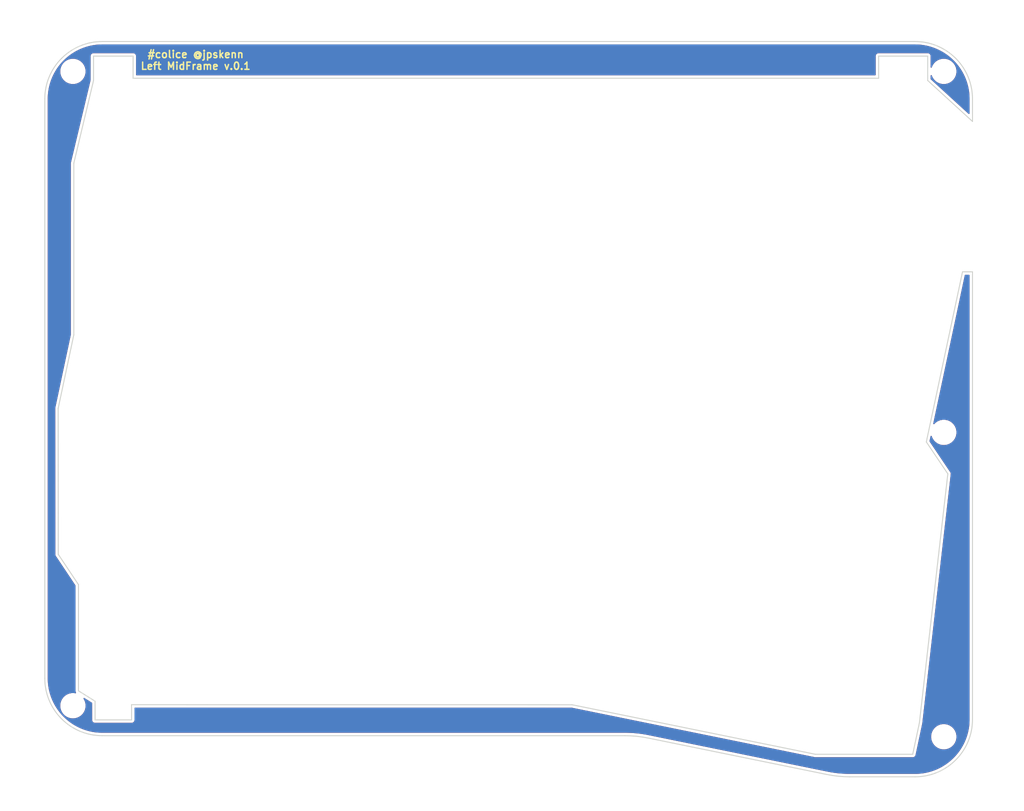
<source format=kicad_pcb>
(kicad_pcb (version 20171130) (host pcbnew "(5.1.5-0-10_14)")

  (general
    (thickness 1.6)
    (drawings 44)
    (tracks 0)
    (zones 0)
    (modules 5)
    (nets 1)
  )

  (page A4)
  (layers
    (0 F.Cu signal)
    (31 B.Cu signal)
    (32 B.Adhes user)
    (33 F.Adhes user)
    (34 B.Paste user)
    (35 F.Paste user)
    (36 B.SilkS user)
    (37 F.SilkS user)
    (38 B.Mask user)
    (39 F.Mask user)
    (40 Dwgs.User user)
    (41 Cmts.User user)
    (42 Eco1.User user)
    (43 Eco2.User user)
    (44 Edge.Cuts user)
    (45 Margin user)
    (46 B.CrtYd user)
    (47 F.CrtYd user)
    (48 B.Fab user)
    (49 F.Fab user)
  )

  (setup
    (last_trace_width 0.25)
    (trace_clearance 0.2)
    (zone_clearance 0.508)
    (zone_45_only no)
    (trace_min 0.2)
    (via_size 0.8)
    (via_drill 0.4)
    (via_min_size 0.4)
    (via_min_drill 0.3)
    (uvia_size 0.3)
    (uvia_drill 0.1)
    (uvias_allowed no)
    (uvia_min_size 0.2)
    (uvia_min_drill 0.1)
    (edge_width 0.05)
    (segment_width 0.2)
    (pcb_text_width 0.3)
    (pcb_text_size 1.5 1.5)
    (mod_edge_width 0.12)
    (mod_text_size 1 1)
    (mod_text_width 0.15)
    (pad_size 1.524 1.524)
    (pad_drill 0.762)
    (pad_to_mask_clearance 0.051)
    (solder_mask_min_width 0.25)
    (aux_axis_origin 0 0)
    (visible_elements FFFFFF7F)
    (pcbplotparams
      (layerselection 0x010fc_ffffffff)
      (usegerberextensions true)
      (usegerberattributes false)
      (usegerberadvancedattributes false)
      (creategerberjobfile false)
      (excludeedgelayer true)
      (linewidth 0.100000)
      (plotframeref false)
      (viasonmask false)
      (mode 1)
      (useauxorigin false)
      (hpglpennumber 1)
      (hpglpenspeed 20)
      (hpglpendiameter 15.000000)
      (psnegative false)
      (psa4output false)
      (plotreference true)
      (plotvalue true)
      (plotinvisibletext false)
      (padsonsilk false)
      (subtractmaskfromsilk false)
      (outputformat 1)
      (mirror false)
      (drillshape 0)
      (scaleselection 1)
      (outputdirectory "gerber/"))
  )

  (net 0 "")

  (net_class Default "これはデフォルトのネット クラスです。"
    (clearance 0.2)
    (trace_width 0.25)
    (via_dia 0.8)
    (via_drill 0.4)
    (uvia_dia 0.3)
    (uvia_drill 0.1)
  )

  (module SMK_SU120:M2_spacer (layer F.Cu) (tedit 5D35BCBB) (tstamp 5E9B2F2C)
    (at 200.9902 19.812)
    (descr "Resitance 3 pas")
    (tags R)
    (autoplace_cost180 10)
    (fp_text reference "" (at 0 1.651) (layer F.Fab) hide
      (effects (font (size 0.8128 0.8128) (thickness 0.15)))
    )
    (fp_text value "" (at 0 -1.4605) (layer F.Fab) hide
      (effects (font (size 0.5 0.5) (thickness 0.125)))
    )
    (pad "" np_thru_hole circle (at 0 0) (size 4.2 4.2) (drill 4.2) (layers *.Cu *.Mask))
    (model discret/resistor.wrl
      (at (xyz 0 0 0))
      (scale (xyz 0.3 0.3 0.3))
      (rotate (xyz 0 0 0))
    )
    (model Resistors_ThroughHole.3dshapes/Resistor_Horizontal_RM10mm.wrl
      (at (xyz 0 0 0))
      (scale (xyz 0.2 0.2 0.2))
      (rotate (xyz 0 0 0))
    )
  )

  (module SMK_SU120:M2_spacer (layer F.Cu) (tedit 5D35BCBB) (tstamp 5E9B2F8A)
    (at 21.4376 19.812)
    (descr "Resitance 3 pas")
    (tags R)
    (autoplace_cost180 10)
    (fp_text reference "" (at 0 1.651) (layer F.Fab) hide
      (effects (font (size 0.8128 0.8128) (thickness 0.15)))
    )
    (fp_text value "" (at 0 -1.4605) (layer F.Fab) hide
      (effects (font (size 0.5 0.5) (thickness 0.125)))
    )
    (pad "" np_thru_hole circle (at 0 0) (size 4.2 4.2) (drill 4.2) (layers *.Cu *.Mask))
    (model discret/resistor.wrl
      (at (xyz 0 0 0))
      (scale (xyz 0.3 0.3 0.3))
      (rotate (xyz 0 0 0))
    )
    (model Resistors_ThroughHole.3dshapes/Resistor_Horizontal_RM10mm.wrl
      (at (xyz 0 0 0))
      (scale (xyz 0.2 0.2 0.2))
      (rotate (xyz 0 0 0))
    )
  )

  (module SMK_SU120:M2_spacer (layer F.Cu) (tedit 5D35BCBB) (tstamp 5E9B2F75)
    (at 21.4376 150.6728)
    (descr "Resitance 3 pas")
    (tags R)
    (autoplace_cost180 10)
    (fp_text reference "" (at 0 1.651) (layer F.Fab) hide
      (effects (font (size 0.8128 0.8128) (thickness 0.15)))
    )
    (fp_text value "" (at 0 -1.4605) (layer F.Fab) hide
      (effects (font (size 0.5 0.5) (thickness 0.125)))
    )
    (pad "" np_thru_hole circle (at 0 0) (size 4.2 4.2) (drill 4.2) (layers *.Cu *.Mask))
    (model discret/resistor.wrl
      (at (xyz 0 0 0))
      (scale (xyz 0.3 0.3 0.3))
      (rotate (xyz 0 0 0))
    )
    (model Resistors_ThroughHole.3dshapes/Resistor_Horizontal_RM10mm.wrl
      (at (xyz 0 0 0))
      (scale (xyz 0.2 0.2 0.2))
      (rotate (xyz 0 0 0))
    )
  )

  (module SMK_SU120:M2_spacer (layer F.Cu) (tedit 5D35BCBB) (tstamp 5E9B2F60)
    (at 200.9902 157.0736)
    (descr "Resitance 3 pas")
    (tags R)
    (autoplace_cost180 10)
    (fp_text reference "" (at 0 1.651) (layer F.Fab) hide
      (effects (font (size 0.8128 0.8128) (thickness 0.15)))
    )
    (fp_text value "" (at 0 -1.4605) (layer F.Fab) hide
      (effects (font (size 0.5 0.5) (thickness 0.125)))
    )
    (pad "" np_thru_hole circle (at 0 0) (size 4.2 4.2) (drill 4.2) (layers *.Cu *.Mask))
    (model discret/resistor.wrl
      (at (xyz 0 0 0))
      (scale (xyz 0.3 0.3 0.3))
      (rotate (xyz 0 0 0))
    )
    (model Resistors_ThroughHole.3dshapes/Resistor_Horizontal_RM10mm.wrl
      (at (xyz 0 0 0))
      (scale (xyz 0.2 0.2 0.2))
      (rotate (xyz 0 0 0))
    )
  )

  (module SMK_SU120:M2_spacer (layer F.Cu) (tedit 5D35BCBB) (tstamp 5E9B2F4B)
    (at 200.9902 94.2848)
    (descr "Resitance 3 pas")
    (tags R)
    (autoplace_cost180 10)
    (fp_text reference "" (at 0 1.651) (layer F.Fab) hide
      (effects (font (size 0.8128 0.8128) (thickness 0.15)))
    )
    (fp_text value "" (at 0 -1.4605) (layer F.Fab) hide
      (effects (font (size 0.5 0.5) (thickness 0.125)))
    )
    (pad "" np_thru_hole circle (at 0 0) (size 4.2 4.2) (drill 4.2) (layers *.Cu *.Mask))
    (model discret/resistor.wrl
      (at (xyz 0 0 0))
      (scale (xyz 0.3 0.3 0.3))
      (rotate (xyz 0 0 0))
    )
    (model Resistors_ThroughHole.3dshapes/Resistor_Horizontal_RM10mm.wrl
      (at (xyz 0 0 0))
      (scale (xyz 0.2 0.2 0.2))
      (rotate (xyz 0 0 0))
    )
  )

  (gr_line (start 34.925 20.32) (end 58.42 20.32) (layer F.Mask) (width 0.15))
  (gr_text "#colice @jpskenn\nLeft MidFrame v.0.1" (at 46.736 17.5006) (layer F.SilkS)
    (effects (font (size 1.5 1.5) (thickness 0.3)))
  )
  (gr_line (start 22.583191 125.691561) (end 22.583191 147.602163) (layer Edge.Cuts) (width 0.2))
  (gr_line (start 18.423025 119.455874) (end 22.583191 125.691561) (layer Edge.Cuts) (width 0.2))
  (gr_line (start 18.401092 89.317712) (end 18.423025 119.455874) (layer Edge.Cuts) (width 0.2))
  (gr_line (start 21.616862 74.188001) (end 18.401092 89.317712) (layer Edge.Cuts) (width 0.2))
  (gr_line (start 21.616862 38.773898) (end 21.616862 74.188001) (layer Edge.Cuts) (width 0.2))
  (gr_line (start 25.690546 21.679887) (end 21.616862 38.773898) (layer Edge.Cuts) (width 0.2))
  (gr_line (start 206.911079 30.139942) (end 206.911079 30.139942) (layer Edge.Cuts) (width 0.2))
  (gr_line (start 206.911079 61.160143) (end 206.911079 153.497881) (layer Edge.Cuts) (width 0.2))
  (gr_line (start 204.847133 61.160143) (end 206.911079 61.160143) (layer Edge.Cuts) (width 0.2))
  (gr_line (start 197.38785 96.253704) (end 204.847133 61.160143) (layer Edge.Cuts) (width 0.2))
  (gr_line (start 201.816858 102.833746) (end 197.38785 96.253704) (layer Edge.Cuts) (width 0.2))
  (gr_line (start 195.95277 154.226699) (end 201.816858 102.833746) (layer Edge.Cuts) (width 0.2))
  (gr_line (start 194.578477 160.692061) (end 195.95277 154.226699) (layer Edge.Cuts) (width 0.2))
  (gr_line (start 187.556298 16.666521) (end 187.556298 21.226178) (layer Edge.Cuts) (width 0.2))
  (gr_line (start 197.666719 16.666521) (end 187.556298 16.666521) (layer Edge.Cuts) (width 0.2))
  (gr_line (start 174.524957 160.692061) (end 194.578477 160.692061) (layer Edge.Cuts) (width 0.2))
  (gr_line (start 124.338514 150.469495) (end 174.524957 160.692061) (layer Edge.Cuts) (width 0.2))
  (gr_line (start 33.523639 150.460721) (end 124.338514 150.469495) (layer Edge.Cuts) (width 0.2))
  (gr_line (start 33.523639 153.594075) (end 33.523639 150.460721) (layer Edge.Cuts) (width 0.2))
  (gr_line (start 26.008583 153.594075) (end 33.523639 153.594075) (layer Edge.Cuts) (width 0.2))
  (gr_line (start 26.003569 149.74005) (end 26.008583 153.594075) (layer Edge.Cuts) (width 0.2))
  (gr_line (start 22.583191 147.602163) (end 26.003569 149.74005) (layer Edge.Cuts) (width 0.2))
  (gr_curve (pts (xy 203.442447 17.111144) (xy 205.663374 19.332065) (xy 206.911079 22.344158) (xy 206.911079 25.485032)) (layer Edge.Cuts) (width 0.2))
  (gr_line (start 25.690233 16.666521) (end 25.690546 21.679887) (layer Edge.Cuts) (width 0.2))
  (gr_line (start 33.843556 16.666521) (end 25.690233 16.666521) (layer Edge.Cuts) (width 0.2))
  (gr_curve (pts (xy 195.068535 13.642522) (xy 198.209418 13.642522) (xy 201.221519 14.890223) (xy 203.442447 17.111144)) (layer Edge.Cuts) (width 0.2))
  (gr_line (start 33.841989 21.226178) (end 33.843556 16.666521) (layer Edge.Cuts) (width 0.2))
  (gr_line (start 187.556298 21.226178) (end 33.841989 21.226178) (layer Edge.Cuts) (width 0.2))
  (gr_line (start 197.666719 21.679887) (end 197.666719 16.666521) (layer Edge.Cuts) (width 0.2))
  (gr_line (start 206.911079 30.139942) (end 197.666719 21.679887) (layer Edge.Cuts) (width 0.2))
  (gr_curve (pts (xy 206.911079 25.485032) (xy 206.911079 28.115482) (xy 206.911079 30.139942) (xy 206.911079 30.139942)) (layer Edge.Cuts) (width 0.2))
  (gr_curve (pts (xy 27.476563 13.642522) (xy 61.75367 13.642522) (xy 160.791115 13.642522) (xy 195.068535 13.642522)) (layer Edge.Cuts) (width 0.2))
  (gr_curve (pts (xy 19.102651 17.111144) (xy 21.323266 14.890223) (xy 24.33568 13.642522) (xy 27.476563 13.642522)) (layer Edge.Cuts) (width 0.2))
  (gr_curve (pts (xy 15.634019 25.485032) (xy 15.634019 22.344158) (xy 16.881724 19.332065) (xy 19.102651 17.111144)) (layer Edge.Cuts) (width 0.2))
  (gr_curve (pts (xy 15.634019 145.014326) (xy 15.634019 118.068738) (xy 15.634019 52.43062) (xy 15.634019 25.485032)) (layer Edge.Cuts) (width 0.2))
  (gr_curve (pts (xy 27.476563 156.856836) (xy 20.935982 156.856836) (xy 15.634019 151.554888) (xy 15.634019 145.014326)) (layer Edge.Cuts) (width 0.2))
  (gr_curve (pts (xy 135.25233 156.856836) (xy 121.777617 156.856836) (xy 54.96336 156.856836) (xy 27.476563 156.856836)) (layer Edge.Cuts) (width 0.2))
  (gr_curve (pts (xy 139.987154 157.334986) (xy 138.428933 157.01695) (xy 136.842511 156.856836) (xy 135.25233 156.856836)) (layer Edge.Cuts) (width 0.2))
  (gr_curve (pts (xy 176.881559 164.862241) (xy 169.57957 163.372645) (xy 147.289142 158.824896) (xy 139.987154 157.334986)) (layer Edge.Cuts) (width 0.2))
  (gr_curve (pts (xy 181.616696 165.340391) (xy 180.026201 165.340391) (xy 178.440093 165.180277) (xy 176.881559 164.862241)) (layer Edge.Cuts) (width 0.2))
  (gr_curve (pts (xy 195.068535 165.340391) (xy 190.030401 165.340391) (xy 184.631304 165.340391) (xy 181.616696 165.340391)) (layer Edge.Cuts) (width 0.2))
  (gr_curve (pts (xy 206.911079 153.497881) (xy 206.911079 160.038443) (xy 201.609116 165.340391) (xy 195.068535 165.340391)) (layer Edge.Cuts) (width 0.2))

  (zone (net 0) (net_name "") (layer F.Cu) (tstamp 5E9B2FC8) (hatch edge 0.508)
    (connect_pads (clearance 0.508))
    (min_thickness 0.254)
    (fill yes (arc_segments 32) (thermal_gap 0.508) (thermal_bridge_width 0.508))
    (polygon
      (pts
        (xy 216.0016 7.0104) (xy 211.2772 171.8818) (xy 8.3312 169.1386) (xy 7.6708 6.2992)
      )
    )
    (filled_polygon
      (pts
        (xy 195.264836 14.379279) (xy 195.454186 14.384232) (xy 195.634391 14.391951) (xy 195.814065 14.402568) (xy 196.0069 14.41722)
        (xy 196.181336 14.433387) (xy 196.351269 14.451811) (xy 196.520864 14.472848) (xy 196.685641 14.495834) (xy 196.849851 14.521253)
        (xy 197.013619 14.54912) (xy 197.176843 14.579412) (xy 197.335054 14.611195) (xy 197.501466 14.647218) (xy 197.658496 14.68367)
        (xy 197.8151 14.722429) (xy 197.966532 14.762221) (xy 198.138623 14.810228) (xy 198.296125 14.856792) (xy 198.442606 14.902386)
        (xy 198.587637 14.949728) (xy 198.727785 14.99759) (xy 198.871457 15.048832) (xy 199.014235 15.101975) (xy 199.155479 15.156759)
        (xy 199.289866 15.210954) (xy 199.422605 15.2665) (xy 199.554669 15.323785) (xy 199.684938 15.382298) (xy 199.816503 15.443459)
        (xy 199.946267 15.505845) (xy 200.075271 15.569938) (xy 200.199553 15.633675) (xy 200.32315 15.699039) (xy 200.453586 15.770201)
        (xy 200.575358 15.838702) (xy 200.700294 15.911102) (xy 200.820452 15.982802) (xy 200.939869 16.056119) (xy 201.058401 16.130966)
        (xy 201.172455 16.204987) (xy 201.286617 16.281089) (xy 201.398947 16.357983) (xy 201.509583 16.435722) (xy 201.619997 16.515337)
        (xy 201.736772 16.601809) (xy 201.845326 16.684344) (xy 201.953105 16.768404) (xy 202.057305 16.851734) (xy 202.168242 16.942738)
        (xy 202.273056 17.030957) (xy 202.374457 17.118438) (xy 202.473949 17.206378) (xy 202.578367 17.300991) (xy 202.676779 17.392404)
        (xy 202.773463 17.484405) (xy 202.869836 17.578344) (xy 202.921731 17.629887) (xy 203.036556 17.746396) (xy 203.128718 17.842423)
        (xy 203.219728 17.939559) (xy 203.318341 18.047496) (xy 203.418341 18.15993) (xy 203.507367 18.262658) (xy 203.593703 18.364762)
        (xy 203.680869 18.470436) (xy 203.766631 18.577058) (xy 203.850993 18.684627) (xy 203.933967 18.793151) (xy 204.015454 18.902486)
        (xy 204.097524 19.015514) (xy 204.176153 19.126681) (xy 204.254003 19.239674) (xy 204.329845 19.352701) (xy 204.406531 19.470122)
        (xy 204.483991 19.592115) (xy 204.557552 19.711315) (xy 204.629601 19.831431) (xy 204.701652 19.955102) (xy 204.773139 20.081546)
        (xy 204.842514 20.208072) (xy 204.907566 20.330385) (xy 204.972198 20.455685) (xy 205.036569 20.584509) (xy 205.099103 20.713822)
        (xy 205.167434 20.860212) (xy 205.226402 20.991203) (xy 205.283742 21.123117) (xy 205.341066 21.259879) (xy 205.395293 21.394202)
        (xy 205.450132 21.535437) (xy 205.501873 21.674203) (xy 205.551794 21.813751) (xy 205.599799 21.953803) (xy 205.64861 22.102844)
        (xy 205.696275 22.255715) (xy 205.73989 22.402885) (xy 205.782372 22.553942) (xy 205.822675 22.70544) (xy 205.86398 22.870431)
        (xy 205.900796 23.027379) (xy 205.935123 23.18389) (xy 205.969138 23.350819) (xy 205.999215 23.510609) (xy 206.027503 23.674198)
        (xy 206.054024 23.842732) (xy 206.077359 24.007265) (xy 206.098788 24.176806) (xy 206.117603 24.346653) (xy 206.134194 24.521276)
        (xy 206.148358 24.70082) (xy 206.159606 24.88052) (xy 206.167954 25.060757) (xy 206.173478 25.245815) (xy 206.175949 25.433246)
        (xy 206.176079 25.486037) (xy 206.176079 28.470971) (xy 198.401719 21.3562) (xy 198.401719 20.709752) (xy 198.566475 21.107508)
        (xy 198.865787 21.555461) (xy 199.246739 21.936413) (xy 199.694692 22.235725) (xy 200.19243 22.441895) (xy 200.720826 22.547)
        (xy 201.259574 22.547) (xy 201.78797 22.441895) (xy 202.285708 22.235725) (xy 202.733661 21.936413) (xy 203.114613 21.555461)
        (xy 203.413925 21.107508) (xy 203.620095 20.60977) (xy 203.7252 20.081374) (xy 203.7252 19.542626) (xy 203.620095 19.01423)
        (xy 203.413925 18.516492) (xy 203.114613 18.068539) (xy 202.733661 17.687587) (xy 202.285708 17.388275) (xy 201.78797 17.182105)
        (xy 201.259574 17.077) (xy 200.720826 17.077) (xy 200.19243 17.182105) (xy 199.694692 17.388275) (xy 199.246739 17.687587)
        (xy 198.865787 18.068539) (xy 198.566475 18.516492) (xy 198.401719 18.914248) (xy 198.401719 16.702626) (xy 198.405275 16.666521)
        (xy 198.391084 16.522436) (xy 198.349056 16.383888) (xy 198.280806 16.256201) (xy 198.188957 16.144283) (xy 198.077039 16.052434)
        (xy 197.949352 15.984184) (xy 197.810804 15.942156) (xy 197.702824 15.931521) (xy 197.666719 15.927965) (xy 197.630614 15.931521)
        (xy 187.592403 15.931521) (xy 187.556298 15.927965) (xy 187.520193 15.931521) (xy 187.412213 15.942156) (xy 187.273665 15.984184)
        (xy 187.145978 16.052434) (xy 187.03406 16.144283) (xy 186.942211 16.256201) (xy 186.873961 16.383888) (xy 186.831933 16.522436)
        (xy 186.817742 16.666521) (xy 186.821298 16.702626) (xy 186.821299 20.491178) (xy 34.577241 20.491178) (xy 34.578543 16.702756)
        (xy 34.582112 16.666521) (xy 34.574886 16.593154) (xy 34.56797 16.522686) (xy 34.567934 16.522567) (xy 34.567921 16.522436)
        (xy 34.546531 16.451924) (xy 34.52599 16.384123) (xy 34.52593 16.384012) (xy 34.525893 16.383888) (xy 34.490699 16.318044)
        (xy 34.457783 16.256413) (xy 34.457706 16.25632) (xy 34.457643 16.256201) (xy 34.409742 16.197834) (xy 34.365973 16.144463)
        (xy 34.365877 16.144384) (xy 34.365794 16.144283) (xy 34.308346 16.097137) (xy 34.254087 16.052576) (xy 34.253978 16.052518)
        (xy 34.253876 16.052434) (xy 34.187825 16.017129) (xy 34.126423 15.984282) (xy 34.126306 15.984246) (xy 34.126189 15.984184)
        (xy 34.054787 15.962524) (xy 33.987889 15.942206) (xy 33.987766 15.942194) (xy 33.987641 15.942156) (xy 33.91335 15.934839)
        (xy 33.843809 15.927966) (xy 33.807586 15.931521) (xy 25.726305 15.931521) (xy 25.690187 15.927966) (xy 25.627354 15.934158)
        (xy 25.546148 15.942156) (xy 25.546126 15.942163) (xy 25.546103 15.942165) (xy 25.481087 15.961892) (xy 25.4076 15.984184)
        (xy 25.407577 15.984196) (xy 25.407558 15.984202) (xy 25.35164 16.014095) (xy 25.279913 16.052434) (xy 25.279893 16.05245)
        (xy 25.279875 16.05246) (xy 25.234631 16.089596) (xy 25.167995 16.144283) (xy 25.167978 16.144304) (xy 25.167963 16.144316)
        (xy 25.134895 16.184615) (xy 25.076146 16.256201) (xy 25.076133 16.256225) (xy 25.076121 16.25624) (xy 25.048159 16.308562)
        (xy 25.007896 16.383888) (xy 25.007888 16.383914) (xy 25.007879 16.383931) (xy 24.992495 16.434657) (xy 24.965868 16.522436)
        (xy 24.965865 16.522465) (xy 24.96586 16.522482) (xy 24.960284 16.57913) (xy 24.951677 16.666521) (xy 24.955236 16.702652)
        (xy 24.955541 21.593534) (xy 20.907048 38.581846) (xy 20.892497 38.629814) (xy 20.886755 38.688114) (xy 20.878828 38.746137)
        (xy 20.881862 38.796161) (xy 20.881863 74.110747) (xy 17.6886 89.134567) (xy 17.676623 89.174155) (xy 17.670072 89.241166)
        (xy 17.6626 89.308052) (xy 17.666115 89.349258) (xy 17.687999 119.41977) (xy 17.684469 119.455351) (xy 17.688052 119.49199)
        (xy 17.688052 119.492513) (xy 17.691539 119.52765) (xy 17.698559 119.599446) (xy 17.698713 119.599956) (xy 17.698766 119.600486)
        (xy 17.719752 119.669489) (xy 17.740489 119.738023) (xy 17.740738 119.738489) (xy 17.740894 119.739003) (xy 17.775074 119.802837)
        (xy 17.791569 119.83375) (xy 17.791858 119.834184) (xy 17.809237 119.86664) (xy 17.83194 119.894263) (xy 21.848191 125.914236)
        (xy 21.848192 147.57725) (xy 21.844977 147.624624) (xy 21.852828 147.685342) (xy 21.858827 147.746248) (xy 21.862099 147.757033)
        (xy 21.863544 147.768211) (xy 21.883087 147.826223) (xy 21.900855 147.884796) (xy 21.906167 147.894735) (xy 21.909766 147.905417)
        (xy 21.940251 147.958501) (xy 21.955623 147.98726) (xy 21.706974 147.9378) (xy 21.168226 147.9378) (xy 20.63983 148.042905)
        (xy 20.142092 148.249075) (xy 19.694139 148.548387) (xy 19.313187 148.929339) (xy 19.013875 149.377292) (xy 18.807705 149.87503)
        (xy 18.7026 150.403426) (xy 18.7026 150.942174) (xy 18.807705 151.47057) (xy 19.013875 151.968308) (xy 19.313187 152.416261)
        (xy 19.694139 152.797213) (xy 20.142092 153.096525) (xy 20.63983 153.302695) (xy 21.168226 153.4078) (xy 21.706974 153.4078)
        (xy 22.23537 153.302695) (xy 22.733108 153.096525) (xy 23.181061 152.797213) (xy 23.562013 152.416261) (xy 23.861325 151.968308)
        (xy 24.067495 151.47057) (xy 24.1726 150.942174) (xy 24.1726 150.403426) (xy 24.067495 149.87503) (xy 23.861325 149.377292)
        (xy 23.735717 149.189307) (xy 25.269099 150.147738) (xy 25.273536 153.558443) (xy 25.270027 153.594075) (xy 25.27363 153.630661)
        (xy 25.273631 153.631135) (xy 25.277117 153.66606) (xy 25.284218 153.73816) (xy 25.28436 153.738627) (xy 25.284407 153.739101)
        (xy 25.305137 153.80712) (xy 25.326246 153.876708) (xy 25.326476 153.877137) (xy 25.326615 153.877595) (xy 25.360286 153.940393)
        (xy 25.394496 154.004395) (xy 25.394805 154.004772) (xy 25.395031 154.005193) (xy 25.440334 154.060248) (xy 25.486345 154.116313)
        (xy 25.486721 154.116622) (xy 25.487025 154.116991) (xy 25.542214 154.162164) (xy 25.598263 154.208162) (xy 25.598692 154.208391)
        (xy 25.599063 154.208695) (xy 25.661979 154.242219) (xy 25.72595 154.276412) (xy 25.726417 154.276554) (xy 25.726838 154.276778)
        (xy 25.794932 154.297337) (xy 25.864498 154.31844) (xy 25.864983 154.318488) (xy 25.865441 154.318626) (xy 25.936566 154.325538)
        (xy 25.972478 154.329075) (xy 25.972962 154.329075) (xy 26.009543 154.33263) (xy 26.045161 154.329075) (xy 33.487534 154.329075)
        (xy 33.523639 154.332631) (xy 33.559744 154.329075) (xy 33.667724 154.31844) (xy 33.806272 154.276412) (xy 33.933959 154.208162)
        (xy 34.045877 154.116313) (xy 34.137726 154.004395) (xy 34.205976 153.876708) (xy 34.248004 153.73816) (xy 34.262195 153.594075)
        (xy 34.258639 153.55797) (xy 34.258639 151.195792) (xy 124.264384 151.204487) (xy 174.344533 161.405403) (xy 174.380872 161.416426)
        (xy 174.451285 161.423361) (xy 174.521564 161.430609) (xy 174.559367 161.427061) (xy 194.537553 161.427061) (xy 194.568806 161.430553)
        (xy 194.609751 161.427061) (xy 194.614582 161.427061) (xy 194.645783 161.423988) (xy 194.713063 161.41825) (xy 194.717724 161.416902)
        (xy 194.722562 161.416426) (xy 194.787291 161.396791) (xy 194.85215 161.37804) (xy 194.856459 161.375809) (xy 194.86111 161.374398)
        (xy 194.920771 161.342509) (xy 194.980719 161.311468) (xy 194.984508 161.30844) (xy 194.988797 161.306148) (xy 195.041079 161.263241)
        (xy 195.093831 161.221093) (xy 195.09696 161.217381) (xy 195.100715 161.214299) (xy 195.143602 161.162041) (xy 195.187138 161.110387)
        (xy 195.189482 161.106136) (xy 195.192564 161.102381) (xy 195.224433 161.042759) (xy 195.257054 160.983605) (xy 195.258524 160.978979)
        (xy 195.260814 160.974694) (xy 195.280447 160.909973) (xy 195.289907 160.880196) (xy 195.290908 160.875488) (xy 195.302842 160.836146)
        (xy 195.305926 160.804836) (xy 196.156305 156.804226) (xy 198.2552 156.804226) (xy 198.2552 157.342974) (xy 198.360305 157.87137)
        (xy 198.566475 158.369108) (xy 198.865787 158.817061) (xy 199.246739 159.198013) (xy 199.694692 159.497325) (xy 200.19243 159.703495)
        (xy 200.720826 159.8086) (xy 201.259574 159.8086) (xy 201.78797 159.703495) (xy 202.285708 159.497325) (xy 202.733661 159.198013)
        (xy 203.114613 158.817061) (xy 203.413925 158.369108) (xy 203.620095 157.87137) (xy 203.7252 157.342974) (xy 203.7252 156.804226)
        (xy 203.620095 156.27583) (xy 203.413925 155.778092) (xy 203.114613 155.330139) (xy 202.733661 154.949187) (xy 202.285708 154.649875)
        (xy 201.78797 154.443705) (xy 201.259574 154.3386) (xy 200.720826 154.3386) (xy 200.19243 154.443705) (xy 199.694692 154.649875)
        (xy 199.246739 154.949187) (xy 198.865787 155.330139) (xy 198.566475 155.778092) (xy 198.360305 156.27583) (xy 198.2552 156.804226)
        (xy 196.156305 156.804226) (xy 196.671575 154.380141) (xy 196.678938 154.345896) (xy 196.679035 154.345044) (xy 196.679214 154.344203)
        (xy 196.683113 154.309309) (xy 202.539704 102.982059) (xy 202.541707 102.975373) (xy 202.547904 102.910188) (xy 202.551212 102.881199)
        (xy 202.551319 102.874271) (xy 202.55541 102.83124) (xy 202.552434 102.802042) (xy 202.552887 102.77271) (xy 202.545113 102.730207)
        (xy 202.54073 102.687204) (xy 202.532116 102.659149) (xy 202.526837 102.63029) (xy 202.51092 102.59012) (xy 202.498232 102.548799)
        (xy 202.484309 102.522962) (xy 202.473502 102.495689) (xy 202.450056 102.459399) (xy 202.44676 102.453283) (xy 202.430427 102.429017)
        (xy 202.394933 102.37408) (xy 202.390079 102.369074) (xy 198.171566 96.101759) (xy 198.378739 95.127075) (xy 198.566475 95.580308)
        (xy 198.865787 96.028261) (xy 199.246739 96.409213) (xy 199.694692 96.708525) (xy 200.19243 96.914695) (xy 200.720826 97.0198)
        (xy 201.259574 97.0198) (xy 201.78797 96.914695) (xy 202.285708 96.708525) (xy 202.733661 96.409213) (xy 203.114613 96.028261)
        (xy 203.413925 95.580308) (xy 203.620095 95.08257) (xy 203.7252 94.554174) (xy 203.7252 94.015426) (xy 203.620095 93.48703)
        (xy 203.413925 92.989292) (xy 203.114613 92.541339) (xy 202.733661 92.160387) (xy 202.285708 91.861075) (xy 201.78797 91.654905)
        (xy 201.259574 91.5498) (xy 200.720826 91.5498) (xy 200.19243 91.654905) (xy 199.694692 91.861075) (xy 199.246739 92.160387)
        (xy 198.945235 92.461891) (xy 205.442325 61.895143) (xy 206.176079 61.895143) (xy 206.17608 153.494575) (xy 206.174287 153.697882)
        (xy 206.169579 153.880874) (xy 206.161692 154.067975) (xy 206.151046 154.249588) (xy 206.137871 154.425994) (xy 206.121953 154.601698)
        (xy 206.103866 154.771799) (xy 206.080853 154.95932) (xy 206.05675 155.132318) (xy 206.031415 155.295772) (xy 206.003697 155.458512)
        (xy 205.973587 155.620655) (xy 205.942088 155.777401) (xy 205.908345 155.933568) (xy 205.872467 156.088725) (xy 205.833296 156.247503)
        (xy 205.794211 156.396648) (xy 205.750627 156.553706) (xy 205.707399 156.70122) (xy 205.662128 156.848083) (xy 205.61626 156.98992)
        (xy 205.568504 157.131044) (xy 205.519003 157.271074) (xy 205.466045 157.4146) (xy 205.412865 157.55288) (xy 205.35782 157.690464)
        (xy 205.300999 157.82714) (xy 205.244163 157.958904) (xy 205.185641 158.089877) (xy 205.12555 158.219804) (xy 205.059959 158.356792)
        (xy 204.996614 158.484691) (xy 204.927576 158.619545) (xy 204.856782 158.75329) (xy 204.788504 158.878246) (xy 204.714237 159.009987)
        (xy 204.642683 159.133077) (xy 204.569528 159.255291) (xy 204.497138 159.372825) (xy 204.421038 159.492962) (xy 204.341011 159.615749)
        (xy 204.264292 159.730233) (xy 204.186202 159.843697) (xy 204.101661 159.963238) (xy 204.020756 160.074608) (xy 203.93847 160.184982)
        (xy 203.85498 160.294132) (xy 203.759324 160.415853) (xy 203.673036 160.522747) (xy 203.582758 160.631764) (xy 203.482465 160.749663)
        (xy 203.394972 160.849871) (xy 203.306137 160.949201) (xy 203.21607 161.047519) (xy 203.124864 161.144731) (xy 203.032697 161.240647)
        (xy 202.924023 161.350876) (xy 202.829475 161.444337) (xy 202.733573 161.536904) (xy 202.636643 161.628253) (xy 202.529052 161.727144)
        (xy 202.429875 161.816042) (xy 202.329523 161.903857) (xy 202.228173 161.990432) (xy 202.122409 162.078583) (xy 202.018981 162.16268)
        (xy 201.911189 162.248172) (xy 201.795501 162.337557) (xy 201.682132 162.422838) (xy 201.56772 162.506642) (xy 201.452076 162.589108)
        (xy 201.335378 162.670104) (xy 201.2176 162.749639) (xy 201.102373 162.825357) (xy 200.986233 162.899629) (xy 200.858001 162.979308)
        (xy 200.736158 163.052806) (xy 200.613179 163.124854) (xy 200.492997 163.193236) (xy 200.371808 163.260204) (xy 200.249829 163.325628)
        (xy 200.11915 163.393566) (xy 199.991583 163.457776) (xy 199.862908 163.520472) (xy 199.733284 163.581566) (xy 199.602898 163.640965)
        (xy 199.471566 163.698748) (xy 199.339522 163.754805) (xy 199.194286 163.814143) (xy 199.056537 163.868214) (xy 198.913629 163.922073)
        (xy 198.769955 163.973957) (xy 198.621156 164.025335) (xy 198.471436 164.07465) (xy 198.325197 164.120537) (xy 198.169271 164.167017)
        (xy 198.021147 164.208866) (xy 197.872087 164.248738) (xy 197.722426 164.286526) (xy 197.554544 164.326281) (xy 197.394689 164.361573)
        (xy 197.229337 164.395473) (xy 197.067728 164.426076) (xy 196.905244 164.454342) (xy 196.728521 164.482269) (xy 196.564481 164.505584)
        (xy 196.395147 164.527039) (xy 196.22041 164.546423) (xy 196.045211 164.56306) (xy 195.859816 164.577644) (xy 195.682994 164.588676)
        (xy 195.500622 164.597125) (xy 195.317607 164.602629) (xy 195.127163 164.60523) (xy 195.067653 164.605391) (xy 181.618226 164.605391)
        (xy 181.42027 164.60454) (xy 181.227995 164.60209) (xy 181.034378 164.597997) (xy 180.845192 164.592417) (xy 180.649986 164.58502)
        (xy 180.464232 164.57644) (xy 180.277411 164.566284) (xy 180.088288 164.554447) (xy 179.899281 164.541051) (xy 179.719526 164.526853)
        (xy 179.537696 164.511044) (xy 179.358064 164.493995) (xy 179.180903 164.47578) (xy 179.001618 164.455932) (xy 178.82142 164.434541)
        (xy 178.645835 164.412307) (xy 178.471516 164.388869) (xy 178.297429 164.364103) (xy 178.125684 164.338336) (xy 177.956228 164.311604)
        (xy 177.787086 164.283627) (xy 177.618343 164.254418) (xy 177.449485 164.223889) (xy 177.283143 164.192535) (xy 177.111936 164.15894)
        (xy 177.027509 164.141877) (xy 176.765916 164.088512) (xy 176.76586 164.0885) (xy 176.49161 164.032552) (xy 176.491608 164.032552)
        (xy 175.90932 163.913764) (xy 175.909237 163.913746) (xy 175.060006 163.740498) (xy 175.06 163.740497) (xy 174.136707 163.552138)
        (xy 174.136679 163.552132) (xy 173.144766 163.349772) (xy 173.144738 163.349766) (xy 172.089731 163.134533) (xy 172.089675 163.134521)
        (xy 170.977114 162.907544) (xy 170.976978 162.907515) (xy 169.812136 162.669871) (xy 169.812128 162.66987) (xy 168.600668 162.422713)
        (xy 168.60064 162.422707) (xy 167.347973 162.167142) (xy 166.059629 161.904297) (xy 164.741126 161.635299) (xy 164.741098 161.635293)
        (xy 163.397866 161.361247) (xy 162.035422 161.083281) (xy 160.659256 160.802515) (xy 160.659248 160.802514) (xy 159.274856 160.520068)
        (xy 159.274848 160.520067) (xy 157.887741 160.237067) (xy 157.887713 160.237061) (xy 156.503313 159.954611) (xy 155.127146 159.673841)
        (xy 153.764703 159.39587) (xy 151.755342 158.985911) (xy 149.814593 158.589948) (xy 148.561985 158.334384) (xy 148.56193 158.334372)
        (xy 146.75566 157.965842) (xy 146.755652 157.965841) (xy 145.07292 157.622514) (xy 145.072892 157.622508) (xy 144.017828 157.407242)
        (xy 143.025945 157.204866) (xy 143.025889 157.204854) (xy 142.102559 157.016463) (xy 142.102553 157.016462) (xy 141.253359 156.843196)
        (xy 141.253331 156.84319) (xy 140.483693 156.686155) (xy 140.134093 156.614824) (xy 140.133953 156.614809) (xy 140.131386 156.614277)
        (xy 139.953222 156.578621) (xy 139.953035 156.578602) (xy 139.947776 156.577553) (xy 139.776243 156.54457) (xy 139.77606 156.544553)
        (xy 139.770927 156.543568) (xy 139.600329 156.512065) (xy 139.600141 156.512049) (xy 139.59503 156.511107) (xy 139.424228 156.480859)
        (xy 139.42405 156.480845) (xy 139.418866 156.479929) (xy 139.244426 156.450367) (xy 139.244235 156.450354) (xy 139.239036 156.449475)
        (xy 139.066696 156.421585) (xy 139.066514 156.421574) (xy 139.061274 156.420728) (xy 138.884152 156.39342) (xy 138.883969 156.39341)
        (xy 138.87867 156.392596) (xy 138.702512 156.366795) (xy 138.702326 156.366786) (xy 138.69697 156.366005) (xy 138.516024 156.340909)
        (xy 138.515843 156.340902) (xy 138.510188 156.340123) (xy 138.316373 156.314823) (xy 138.316186 156.314817) (xy 138.310584 156.314091)
        (xy 138.130435 156.292028) (xy 138.130255 156.292024) (xy 138.124654 156.291343) (xy 137.932788 156.269386) (xy 137.932602 156.269383)
        (xy 137.926993 156.268746) (xy 137.745375 156.24942) (xy 137.745188 156.249418) (xy 137.739655 156.248834) (xy 137.553258 156.230473)
        (xy 137.553069 156.230473) (xy 137.547467 156.229926) (xy 137.359773 156.212936) (xy 137.35959 156.212937) (xy 137.353973 156.212434)
        (xy 137.168463 156.197122) (xy 137.168282 156.197125) (xy 137.162562 156.196659) (xy 136.967648 156.18215) (xy 136.967472 156.182154)
        (xy 136.961594 156.181724) (xy 136.766554 156.168824) (xy 136.766368 156.16883) (xy 136.760541 156.168451) (xy 136.567713 156.157284)
        (xy 136.567527 156.157291) (xy 136.561735 156.156963) (xy 136.369968 156.147424) (xy 136.369791 156.147433) (xy 136.363861 156.147145)
        (xy 136.161534 156.138767) (xy 136.161349 156.138777) (xy 136.155375 156.138538) (xy 135.961104 156.132125) (xy 135.960923 156.132137)
        (xy 135.954917 156.131947) (xy 135.7501 156.126912) (xy 135.749921 156.126925) (xy 135.743741 156.126783) (xy 135.538854 156.12352)
        (xy 135.538676 156.123535) (xy 135.53249 156.123446) (xy 135.327546 156.121957) (xy 135.327363 156.121974) (xy 135.323279 156.121939)
        (xy 135.253403 156.121837) (xy 135.25334 156.121843) (xy 135.25233 156.121836) (xy 27.479574 156.121836) (xy 27.290345 156.120279)
        (xy 27.097792 156.115479) (xy 26.915525 156.107903) (xy 26.72925 156.097095) (xy 26.548351 156.08362) (xy 26.372735 156.06771)
        (xy 26.202347 156.049593) (xy 26.032777 156.02892) (xy 25.859456 156.005051) (xy 25.691608 155.97927) (xy 25.520135 155.950202)
        (xy 25.345082 155.917658) (xy 25.188734 155.886114) (xy 25.019675 155.849343) (xy 24.864831 155.813219) (xy 24.701899 155.772652)
        (xy 24.552935 155.733241) (xy 24.400355 155.69055) (xy 24.248616 155.645734) (xy 24.102064 155.600184) (xy 23.952 155.551208)
        (xy 23.811357 155.50313) (xy 23.671276 155.453124) (xy 23.532255 155.401372) (xy 23.389878 155.346145) (xy 23.252571 155.29072)
        (xy 23.120211 155.235246) (xy 22.984662 155.176318) (xy 22.846189 155.113871) (xy 22.708847 155.049651) (xy 22.56855 154.981656)
        (xy 22.437279 154.9158) (xy 22.295139 154.842008) (xy 22.169589 154.774636) (xy 22.044694 154.705529) (xy 21.924632 154.637096)
        (xy 21.801701 154.564951) (xy 21.679855 154.491324) (xy 21.559011 154.416174) (xy 21.439358 154.339623) (xy 21.313508 154.256754)
        (xy 21.188952 154.1723) (xy 21.069012 154.088621) (xy 20.957241 154.008505) (xy 20.839535 153.921848) (xy 20.719504 153.830992)
        (xy 20.611196 153.74679) (xy 20.493493 153.652825) (xy 20.390547 153.568481) (xy 20.288348 153.482685) (xy 20.187217 153.39571)
        (xy 20.087244 153.307632) (xy 19.988329 153.218367) (xy 19.881021 153.119071) (xy 19.784476 153.027468) (xy 19.688812 152.934512)
        (xy 19.594366 152.840521) (xy 19.501072 152.745436) (xy 19.406058 152.646227) (xy 19.303439 152.536278) (xy 19.213826 152.437793)
        (xy 19.125348 152.338193) (xy 19.035185 152.234184) (xy 18.949078 152.132389) (xy 18.864173 152.029543) (xy 18.777916 151.922443)
        (xy 18.687651 151.807408) (xy 18.604169 151.698183) (xy 18.519376 151.584313) (xy 18.43605 151.469386) (xy 18.354106 151.353282)
        (xy 18.276093 151.239745) (xy 18.199395 151.125107) (xy 18.124122 151.009522) (xy 18.047962 150.889288) (xy 17.975562 150.771736)
        (xy 17.902357 150.649444) (xy 17.832872 150.529962) (xy 17.764884 150.409628) (xy 17.694188 150.280651) (xy 17.625258 150.150847)
        (xy 17.559922 150.023816) (xy 17.494308 149.892028) (xy 17.430354 149.759174) (xy 17.369974 149.629401) (xy 17.309465 149.494743)
        (xy 17.250625 149.35897) (xy 17.195359 149.226686) (xy 17.136869 149.08114) (xy 17.082029 148.938953) (xy 17.027535 148.791526)
        (xy 16.977969 148.65149) (xy 16.92885 148.506428) (xy 16.880355 148.35626) (xy 16.835258 148.209562) (xy 16.790893 148.057617)
        (xy 16.748657 147.904846) (xy 16.709676 147.755619) (xy 16.671643 147.601077) (xy 16.63487 147.441626) (xy 16.600351 147.281091)
        (xy 16.569053 147.124396) (xy 16.538363 146.957863) (xy 16.51091 146.795135) (xy 16.485164 146.627074) (xy 16.461369 146.453799)
        (xy 16.440758 146.284151) (xy 16.422716 146.113843) (xy 16.406495 145.933618) (xy 16.393163 145.75273) (xy 16.382733 145.571039)
        (xy 16.375066 145.38396) (xy 16.37057 145.200689) (xy 16.369019 145.01136) (xy 16.369019 25.488129) (xy 16.370622 25.297624)
        (xy 16.375732 25.099335) (xy 16.383674 24.914757) (xy 16.394296 24.736029) (xy 16.407598 24.559954) (xy 16.424473 24.376329)
        (xy 16.442822 24.206483) (xy 16.463786 24.03695) (xy 16.486706 23.872183) (xy 16.512072 23.707902) (xy 16.53989 23.544039)
        (xy 16.569284 23.38515) (xy 16.600969 23.226791) (xy 16.635919 23.064578) (xy 16.671233 22.911536) (xy 16.708684 22.759098)
        (xy 16.748305 22.607124) (xy 16.78883 22.460122) (xy 16.833863 22.305328) (xy 16.881119 22.151261) (xy 16.927482 22.007357)
        (xy 16.979428 21.853591) (xy 17.030212 21.709996) (xy 17.082986 21.567043) (xy 17.13777 21.4247) (xy 17.192845 21.287164)
        (xy 17.248041 21.154414) (xy 17.306787 21.018199) (xy 17.365485 20.886871) (xy 17.425886 20.756306) (xy 17.489955 20.622453)
        (xy 17.552341 20.496362) (xy 17.619375 20.365174) (xy 17.685071 20.240625) (xy 17.75192 20.117674) (xy 17.819751 19.996564)
        (xy 17.889113 19.876274) (xy 17.961188 19.75485) (xy 18.034201 19.635312) (xy 18.092424 19.542626) (xy 18.7026 19.542626)
        (xy 18.7026 20.081374) (xy 18.807705 20.60977) (xy 19.013875 21.107508) (xy 19.313187 21.555461) (xy 19.694139 21.936413)
        (xy 20.142092 22.235725) (xy 20.63983 22.441895) (xy 21.168226 22.547) (xy 21.706974 22.547) (xy 22.23537 22.441895)
        (xy 22.733108 22.235725) (xy 23.181061 21.936413) (xy 23.562013 21.555461) (xy 23.861325 21.107508) (xy 24.067495 20.60977)
        (xy 24.1726 20.081374) (xy 24.1726 19.542626) (xy 24.067495 19.01423) (xy 23.861325 18.516492) (xy 23.562013 18.068539)
        (xy 23.181061 17.687587) (xy 22.733108 17.388275) (xy 22.23537 17.182105) (xy 21.706974 17.077) (xy 21.168226 17.077)
        (xy 20.63983 17.182105) (xy 20.142092 17.388275) (xy 19.694139 17.687587) (xy 19.313187 18.068539) (xy 19.013875 18.516492)
        (xy 18.807705 19.01423) (xy 18.7026 19.542626) (xy 18.092424 19.542626) (xy 18.108209 19.517499) (xy 18.182546 19.402374)
        (xy 18.257625 19.289174) (xy 18.339198 19.169494) (xy 18.419763 19.054495) (xy 18.504517 18.936764) (xy 18.585471 18.827266)
        (xy 18.670689 18.714964) (xy 18.754604 18.6072) (xy 18.841928 18.497897) (xy 18.934963 18.384473) (xy 19.023123 18.279746)
        (xy 19.112709 18.175957) (xy 19.203807 18.073018) (xy 19.293169 17.974481) (xy 19.383938 17.876776) (xy 19.475898 17.780136)
        (xy 19.569886 17.683712) (xy 19.62154 17.631713) (xy 19.728484 17.526171) (xy 19.824524 17.433772) (xy 19.921569 17.342624)
        (xy 20.029654 17.243635) (xy 20.128598 17.155277) (xy 20.23542 17.062235) (xy 20.339929 16.973491) (xy 20.444526 16.886859)
        (xy 20.548412 16.80292) (xy 20.65582 16.718279) (xy 20.764155 16.635048) (xy 20.873331 16.553289) (xy 20.983425 16.472933)
        (xy 21.098012 16.391469) (xy 21.213541 16.311516) (xy 21.327257 16.234906) (xy 21.443745 16.158516) (xy 21.558285 16.085419)
        (xy 21.674589 16.013191) (xy 21.793513 15.941368) (xy 21.918018 15.868325) (xy 22.04336 15.796962) (xy 22.165755 15.729339)
        (xy 22.292727 15.661289) (xy 22.424543 15.592859) (xy 22.549236 15.530168) (xy 22.678736 15.467117) (xy 22.80891 15.40581)
        (xy 22.943948 15.344372) (xy 23.075674 15.286518) (xy 23.208207 15.230347) (xy 23.341313 15.175954) (xy 23.479286 15.121678)
        (xy 23.617863 15.069286) (xy 23.761261 15.017279) (xy 23.901162 14.968669) (xy 24.05002 14.919229) (xy 24.195401 14.873178)
        (xy 24.341366 14.829141) (xy 24.492251 14.785902) (xy 24.643743 14.744793) (xy 24.795739 14.705848) (xy 24.952601 14.66804)
        (xy 25.110094 14.632495) (xy 25.268006 14.599261) (xy 25.435206 14.566674) (xy 25.5986 14.537387) (xy 25.762518 14.510529)
        (xy 25.925872 14.486261) (xy 26.093083 14.463984) (xy 26.261648 14.444138) (xy 26.43179 14.426748) (xy 26.611103 14.41128)
        (xy 26.786389 14.398985) (xy 26.966201 14.389263) (xy 27.164331 14.381929) (xy 27.350309 14.378254) (xy 27.478654 14.377522)
        (xy 195.065246 14.377522)
      )
    )
  )
  (zone (net 0) (net_name "") (layer B.Cu) (tstamp 5E9B2FC5) (hatch edge 0.508)
    (connect_pads (clearance 0.508))
    (min_thickness 0.254)
    (fill yes (arc_segments 32) (thermal_gap 0.508) (thermal_bridge_width 0.508))
    (polygon
      (pts
        (xy 211.709 172.4152) (xy 7.6708 169.4688) (xy 6.4008 5.6896) (xy 217.5256 5.08)
      )
    )
    (filled_polygon
      (pts
        (xy 195.264836 14.379279) (xy 195.454186 14.384232) (xy 195.634391 14.391951) (xy 195.814065 14.402568) (xy 196.0069 14.41722)
        (xy 196.181336 14.433387) (xy 196.351269 14.451811) (xy 196.520864 14.472848) (xy 196.685641 14.495834) (xy 196.849851 14.521253)
        (xy 197.013619 14.54912) (xy 197.176843 14.579412) (xy 197.335054 14.611195) (xy 197.501466 14.647218) (xy 197.658496 14.68367)
        (xy 197.8151 14.722429) (xy 197.966532 14.762221) (xy 198.138623 14.810228) (xy 198.296125 14.856792) (xy 198.442606 14.902386)
        (xy 198.587637 14.949728) (xy 198.727785 14.99759) (xy 198.871457 15.048832) (xy 199.014235 15.101975) (xy 199.155479 15.156759)
        (xy 199.289866 15.210954) (xy 199.422605 15.2665) (xy 199.554669 15.323785) (xy 199.684938 15.382298) (xy 199.816503 15.443459)
        (xy 199.946267 15.505845) (xy 200.075271 15.569938) (xy 200.199553 15.633675) (xy 200.32315 15.699039) (xy 200.453586 15.770201)
        (xy 200.575358 15.838702) (xy 200.700294 15.911102) (xy 200.820452 15.982802) (xy 200.939869 16.056119) (xy 201.058401 16.130966)
        (xy 201.172455 16.204987) (xy 201.286617 16.281089) (xy 201.398947 16.357983) (xy 201.509583 16.435722) (xy 201.619997 16.515337)
        (xy 201.736772 16.601809) (xy 201.845326 16.684344) (xy 201.953105 16.768404) (xy 202.057305 16.851734) (xy 202.168242 16.942738)
        (xy 202.273056 17.030957) (xy 202.374457 17.118438) (xy 202.473949 17.206378) (xy 202.578367 17.300991) (xy 202.676779 17.392404)
        (xy 202.773463 17.484405) (xy 202.869836 17.578344) (xy 202.921731 17.629887) (xy 203.036556 17.746396) (xy 203.128718 17.842423)
        (xy 203.219728 17.939559) (xy 203.318341 18.047496) (xy 203.418341 18.15993) (xy 203.507367 18.262658) (xy 203.593703 18.364762)
        (xy 203.680869 18.470436) (xy 203.766631 18.577058) (xy 203.850993 18.684627) (xy 203.933967 18.793151) (xy 204.015454 18.902486)
        (xy 204.097524 19.015514) (xy 204.176153 19.126681) (xy 204.254003 19.239674) (xy 204.329845 19.352701) (xy 204.406531 19.470122)
        (xy 204.483991 19.592115) (xy 204.557552 19.711315) (xy 204.629601 19.831431) (xy 204.701652 19.955102) (xy 204.773139 20.081546)
        (xy 204.842514 20.208072) (xy 204.907566 20.330385) (xy 204.972198 20.455685) (xy 205.036569 20.584509) (xy 205.099103 20.713822)
        (xy 205.167434 20.860212) (xy 205.226402 20.991203) (xy 205.283742 21.123117) (xy 205.341066 21.259879) (xy 205.395293 21.394202)
        (xy 205.450132 21.535437) (xy 205.501873 21.674203) (xy 205.551794 21.813751) (xy 205.599799 21.953803) (xy 205.64861 22.102844)
        (xy 205.696275 22.255715) (xy 205.73989 22.402885) (xy 205.782372 22.553942) (xy 205.822675 22.70544) (xy 205.86398 22.870431)
        (xy 205.900796 23.027379) (xy 205.935123 23.18389) (xy 205.969138 23.350819) (xy 205.999215 23.510609) (xy 206.027503 23.674198)
        (xy 206.054024 23.842732) (xy 206.077359 24.007265) (xy 206.098788 24.176806) (xy 206.117603 24.346653) (xy 206.134194 24.521276)
        (xy 206.148358 24.70082) (xy 206.159606 24.88052) (xy 206.167954 25.060757) (xy 206.173478 25.245815) (xy 206.175949 25.433246)
        (xy 206.176079 25.486037) (xy 206.176079 28.470971) (xy 198.401719 21.3562) (xy 198.401719 20.709752) (xy 198.566475 21.107508)
        (xy 198.865787 21.555461) (xy 199.246739 21.936413) (xy 199.694692 22.235725) (xy 200.19243 22.441895) (xy 200.720826 22.547)
        (xy 201.259574 22.547) (xy 201.78797 22.441895) (xy 202.285708 22.235725) (xy 202.733661 21.936413) (xy 203.114613 21.555461)
        (xy 203.413925 21.107508) (xy 203.620095 20.60977) (xy 203.7252 20.081374) (xy 203.7252 19.542626) (xy 203.620095 19.01423)
        (xy 203.413925 18.516492) (xy 203.114613 18.068539) (xy 202.733661 17.687587) (xy 202.285708 17.388275) (xy 201.78797 17.182105)
        (xy 201.259574 17.077) (xy 200.720826 17.077) (xy 200.19243 17.182105) (xy 199.694692 17.388275) (xy 199.246739 17.687587)
        (xy 198.865787 18.068539) (xy 198.566475 18.516492) (xy 198.401719 18.914248) (xy 198.401719 16.702626) (xy 198.405275 16.666521)
        (xy 198.391084 16.522436) (xy 198.349056 16.383888) (xy 198.280806 16.256201) (xy 198.188957 16.144283) (xy 198.077039 16.052434)
        (xy 197.949352 15.984184) (xy 197.810804 15.942156) (xy 197.702824 15.931521) (xy 197.666719 15.927965) (xy 197.630614 15.931521)
        (xy 187.592403 15.931521) (xy 187.556298 15.927965) (xy 187.520193 15.931521) (xy 187.412213 15.942156) (xy 187.273665 15.984184)
        (xy 187.145978 16.052434) (xy 187.03406 16.144283) (xy 186.942211 16.256201) (xy 186.873961 16.383888) (xy 186.831933 16.522436)
        (xy 186.817742 16.666521) (xy 186.821298 16.702626) (xy 186.821299 20.491178) (xy 34.577241 20.491178) (xy 34.578543 16.702756)
        (xy 34.582112 16.666521) (xy 34.574886 16.593154) (xy 34.56797 16.522686) (xy 34.567934 16.522567) (xy 34.567921 16.522436)
        (xy 34.546531 16.451924) (xy 34.52599 16.384123) (xy 34.52593 16.384012) (xy 34.525893 16.383888) (xy 34.490699 16.318044)
        (xy 34.457783 16.256413) (xy 34.457706 16.25632) (xy 34.457643 16.256201) (xy 34.409742 16.197834) (xy 34.365973 16.144463)
        (xy 34.365877 16.144384) (xy 34.365794 16.144283) (xy 34.308346 16.097137) (xy 34.254087 16.052576) (xy 34.253978 16.052518)
        (xy 34.253876 16.052434) (xy 34.187825 16.017129) (xy 34.126423 15.984282) (xy 34.126306 15.984246) (xy 34.126189 15.984184)
        (xy 34.054787 15.962524) (xy 33.987889 15.942206) (xy 33.987766 15.942194) (xy 33.987641 15.942156) (xy 33.91335 15.934839)
        (xy 33.843809 15.927966) (xy 33.807586 15.931521) (xy 25.726305 15.931521) (xy 25.690187 15.927966) (xy 25.627354 15.934158)
        (xy 25.546148 15.942156) (xy 25.546126 15.942163) (xy 25.546103 15.942165) (xy 25.481087 15.961892) (xy 25.4076 15.984184)
        (xy 25.407577 15.984196) (xy 25.407558 15.984202) (xy 25.35164 16.014095) (xy 25.279913 16.052434) (xy 25.279893 16.05245)
        (xy 25.279875 16.05246) (xy 25.234631 16.089596) (xy 25.167995 16.144283) (xy 25.167978 16.144304) (xy 25.167963 16.144316)
        (xy 25.134895 16.184615) (xy 25.076146 16.256201) (xy 25.076133 16.256225) (xy 25.076121 16.25624) (xy 25.048159 16.308562)
        (xy 25.007896 16.383888) (xy 25.007888 16.383914) (xy 25.007879 16.383931) (xy 24.992495 16.434657) (xy 24.965868 16.522436)
        (xy 24.965865 16.522465) (xy 24.96586 16.522482) (xy 24.960284 16.57913) (xy 24.951677 16.666521) (xy 24.955236 16.702652)
        (xy 24.955541 21.593534) (xy 20.907048 38.581846) (xy 20.892497 38.629814) (xy 20.886755 38.688114) (xy 20.878828 38.746137)
        (xy 20.881862 38.796161) (xy 20.881863 74.110747) (xy 17.6886 89.134567) (xy 17.676623 89.174155) (xy 17.670072 89.241166)
        (xy 17.6626 89.308052) (xy 17.666115 89.349258) (xy 17.687999 119.41977) (xy 17.684469 119.455351) (xy 17.688052 119.49199)
        (xy 17.688052 119.492513) (xy 17.691539 119.52765) (xy 17.698559 119.599446) (xy 17.698713 119.599956) (xy 17.698766 119.600486)
        (xy 17.719752 119.669489) (xy 17.740489 119.738023) (xy 17.740738 119.738489) (xy 17.740894 119.739003) (xy 17.775074 119.802837)
        (xy 17.791569 119.83375) (xy 17.791858 119.834184) (xy 17.809237 119.86664) (xy 17.83194 119.894263) (xy 21.848191 125.914236)
        (xy 21.848192 147.57725) (xy 21.844977 147.624624) (xy 21.852828 147.685342) (xy 21.858827 147.746248) (xy 21.862099 147.757033)
        (xy 21.863544 147.768211) (xy 21.883087 147.826223) (xy 21.900855 147.884796) (xy 21.906167 147.894735) (xy 21.909766 147.905417)
        (xy 21.940251 147.958501) (xy 21.955623 147.98726) (xy 21.706974 147.9378) (xy 21.168226 147.9378) (xy 20.63983 148.042905)
        (xy 20.142092 148.249075) (xy 19.694139 148.548387) (xy 19.313187 148.929339) (xy 19.013875 149.377292) (xy 18.807705 149.87503)
        (xy 18.7026 150.403426) (xy 18.7026 150.942174) (xy 18.807705 151.47057) (xy 19.013875 151.968308) (xy 19.313187 152.416261)
        (xy 19.694139 152.797213) (xy 20.142092 153.096525) (xy 20.63983 153.302695) (xy 21.168226 153.4078) (xy 21.706974 153.4078)
        (xy 22.23537 153.302695) (xy 22.733108 153.096525) (xy 23.181061 152.797213) (xy 23.562013 152.416261) (xy 23.861325 151.968308)
        (xy 24.067495 151.47057) (xy 24.1726 150.942174) (xy 24.1726 150.403426) (xy 24.067495 149.87503) (xy 23.861325 149.377292)
        (xy 23.735717 149.189307) (xy 25.269099 150.147738) (xy 25.273536 153.558443) (xy 25.270027 153.594075) (xy 25.27363 153.630661)
        (xy 25.273631 153.631135) (xy 25.277117 153.66606) (xy 25.284218 153.73816) (xy 25.28436 153.738627) (xy 25.284407 153.739101)
        (xy 25.305137 153.80712) (xy 25.326246 153.876708) (xy 25.326476 153.877137) (xy 25.326615 153.877595) (xy 25.360286 153.940393)
        (xy 25.394496 154.004395) (xy 25.394805 154.004772) (xy 25.395031 154.005193) (xy 25.440334 154.060248) (xy 25.486345 154.116313)
        (xy 25.486721 154.116622) (xy 25.487025 154.116991) (xy 25.542214 154.162164) (xy 25.598263 154.208162) (xy 25.598692 154.208391)
        (xy 25.599063 154.208695) (xy 25.661979 154.242219) (xy 25.72595 154.276412) (xy 25.726417 154.276554) (xy 25.726838 154.276778)
        (xy 25.794932 154.297337) (xy 25.864498 154.31844) (xy 25.864983 154.318488) (xy 25.865441 154.318626) (xy 25.936566 154.325538)
        (xy 25.972478 154.329075) (xy 25.972962 154.329075) (xy 26.009543 154.33263) (xy 26.045161 154.329075) (xy 33.487534 154.329075)
        (xy 33.523639 154.332631) (xy 33.559744 154.329075) (xy 33.667724 154.31844) (xy 33.806272 154.276412) (xy 33.933959 154.208162)
        (xy 34.045877 154.116313) (xy 34.137726 154.004395) (xy 34.205976 153.876708) (xy 34.248004 153.73816) (xy 34.262195 153.594075)
        (xy 34.258639 153.55797) (xy 34.258639 151.195792) (xy 124.264384 151.204487) (xy 174.344533 161.405403) (xy 174.380872 161.416426)
        (xy 174.451285 161.423361) (xy 174.521564 161.430609) (xy 174.559367 161.427061) (xy 194.537553 161.427061) (xy 194.568806 161.430553)
        (xy 194.609751 161.427061) (xy 194.614582 161.427061) (xy 194.645783 161.423988) (xy 194.713063 161.41825) (xy 194.717724 161.416902)
        (xy 194.722562 161.416426) (xy 194.787291 161.396791) (xy 194.85215 161.37804) (xy 194.856459 161.375809) (xy 194.86111 161.374398)
        (xy 194.920771 161.342509) (xy 194.980719 161.311468) (xy 194.984508 161.30844) (xy 194.988797 161.306148) (xy 195.041079 161.263241)
        (xy 195.093831 161.221093) (xy 195.09696 161.217381) (xy 195.100715 161.214299) (xy 195.143602 161.162041) (xy 195.187138 161.110387)
        (xy 195.189482 161.106136) (xy 195.192564 161.102381) (xy 195.224433 161.042759) (xy 195.257054 160.983605) (xy 195.258524 160.978979)
        (xy 195.260814 160.974694) (xy 195.280447 160.909973) (xy 195.289907 160.880196) (xy 195.290908 160.875488) (xy 195.302842 160.836146)
        (xy 195.305926 160.804836) (xy 196.156305 156.804226) (xy 198.2552 156.804226) (xy 198.2552 157.342974) (xy 198.360305 157.87137)
        (xy 198.566475 158.369108) (xy 198.865787 158.817061) (xy 199.246739 159.198013) (xy 199.694692 159.497325) (xy 200.19243 159.703495)
        (xy 200.720826 159.8086) (xy 201.259574 159.8086) (xy 201.78797 159.703495) (xy 202.285708 159.497325) (xy 202.733661 159.198013)
        (xy 203.114613 158.817061) (xy 203.413925 158.369108) (xy 203.620095 157.87137) (xy 203.7252 157.342974) (xy 203.7252 156.804226)
        (xy 203.620095 156.27583) (xy 203.413925 155.778092) (xy 203.114613 155.330139) (xy 202.733661 154.949187) (xy 202.285708 154.649875)
        (xy 201.78797 154.443705) (xy 201.259574 154.3386) (xy 200.720826 154.3386) (xy 200.19243 154.443705) (xy 199.694692 154.649875)
        (xy 199.246739 154.949187) (xy 198.865787 155.330139) (xy 198.566475 155.778092) (xy 198.360305 156.27583) (xy 198.2552 156.804226)
        (xy 196.156305 156.804226) (xy 196.671575 154.380141) (xy 196.678938 154.345896) (xy 196.679035 154.345044) (xy 196.679214 154.344203)
        (xy 196.683113 154.309309) (xy 202.539704 102.982059) (xy 202.541707 102.975373) (xy 202.547904 102.910188) (xy 202.551212 102.881199)
        (xy 202.551319 102.874271) (xy 202.55541 102.83124) (xy 202.552434 102.802042) (xy 202.552887 102.77271) (xy 202.545113 102.730207)
        (xy 202.54073 102.687204) (xy 202.532116 102.659149) (xy 202.526837 102.63029) (xy 202.51092 102.59012) (xy 202.498232 102.548799)
        (xy 202.484309 102.522962) (xy 202.473502 102.495689) (xy 202.450056 102.459399) (xy 202.44676 102.453283) (xy 202.430427 102.429017)
        (xy 202.394933 102.37408) (xy 202.390079 102.369074) (xy 198.171566 96.101759) (xy 198.378739 95.127075) (xy 198.566475 95.580308)
        (xy 198.865787 96.028261) (xy 199.246739 96.409213) (xy 199.694692 96.708525) (xy 200.19243 96.914695) (xy 200.720826 97.0198)
        (xy 201.259574 97.0198) (xy 201.78797 96.914695) (xy 202.285708 96.708525) (xy 202.733661 96.409213) (xy 203.114613 96.028261)
        (xy 203.413925 95.580308) (xy 203.620095 95.08257) (xy 203.7252 94.554174) (xy 203.7252 94.015426) (xy 203.620095 93.48703)
        (xy 203.413925 92.989292) (xy 203.114613 92.541339) (xy 202.733661 92.160387) (xy 202.285708 91.861075) (xy 201.78797 91.654905)
        (xy 201.259574 91.5498) (xy 200.720826 91.5498) (xy 200.19243 91.654905) (xy 199.694692 91.861075) (xy 199.246739 92.160387)
        (xy 198.945235 92.461891) (xy 205.442325 61.895143) (xy 206.176079 61.895143) (xy 206.17608 153.494575) (xy 206.174287 153.697882)
        (xy 206.169579 153.880874) (xy 206.161692 154.067975) (xy 206.151046 154.249588) (xy 206.137871 154.425994) (xy 206.121953 154.601698)
        (xy 206.103866 154.771799) (xy 206.080853 154.95932) (xy 206.05675 155.132318) (xy 206.031415 155.295772) (xy 206.003697 155.458512)
        (xy 205.973587 155.620655) (xy 205.942088 155.777401) (xy 205.908345 155.933568) (xy 205.872467 156.088725) (xy 205.833296 156.247503)
        (xy 205.794211 156.396648) (xy 205.750627 156.553706) (xy 205.707399 156.70122) (xy 205.662128 156.848083) (xy 205.61626 156.98992)
        (xy 205.568504 157.131044) (xy 205.519003 157.271074) (xy 205.466045 157.4146) (xy 205.412865 157.55288) (xy 205.35782 157.690464)
        (xy 205.300999 157.82714) (xy 205.244163 157.958904) (xy 205.185641 158.089877) (xy 205.12555 158.219804) (xy 205.059959 158.356792)
        (xy 204.996614 158.484691) (xy 204.927576 158.619545) (xy 204.856782 158.75329) (xy 204.788504 158.878246) (xy 204.714237 159.009987)
        (xy 204.642683 159.133077) (xy 204.569528 159.255291) (xy 204.497138 159.372825) (xy 204.421038 159.492962) (xy 204.341011 159.615749)
        (xy 204.264292 159.730233) (xy 204.186202 159.843697) (xy 204.101661 159.963238) (xy 204.020756 160.074608) (xy 203.93847 160.184982)
        (xy 203.85498 160.294132) (xy 203.759324 160.415853) (xy 203.673036 160.522747) (xy 203.582758 160.631764) (xy 203.482465 160.749663)
        (xy 203.394972 160.849871) (xy 203.306137 160.949201) (xy 203.21607 161.047519) (xy 203.124864 161.144731) (xy 203.032697 161.240647)
        (xy 202.924023 161.350876) (xy 202.829475 161.444337) (xy 202.733573 161.536904) (xy 202.636643 161.628253) (xy 202.529052 161.727144)
        (xy 202.429875 161.816042) (xy 202.329523 161.903857) (xy 202.228173 161.990432) (xy 202.122409 162.078583) (xy 202.018981 162.16268)
        (xy 201.911189 162.248172) (xy 201.795501 162.337557) (xy 201.682132 162.422838) (xy 201.56772 162.506642) (xy 201.452076 162.589108)
        (xy 201.335378 162.670104) (xy 201.2176 162.749639) (xy 201.102373 162.825357) (xy 200.986233 162.899629) (xy 200.858001 162.979308)
        (xy 200.736158 163.052806) (xy 200.613179 163.124854) (xy 200.492997 163.193236) (xy 200.371808 163.260204) (xy 200.249829 163.325628)
        (xy 200.11915 163.393566) (xy 199.991583 163.457776) (xy 199.862908 163.520472) (xy 199.733284 163.581566) (xy 199.602898 163.640965)
        (xy 199.471566 163.698748) (xy 199.339522 163.754805) (xy 199.194286 163.814143) (xy 199.056537 163.868214) (xy 198.913629 163.922073)
        (xy 198.769955 163.973957) (xy 198.621156 164.025335) (xy 198.471436 164.07465) (xy 198.325197 164.120537) (xy 198.169271 164.167017)
        (xy 198.021147 164.208866) (xy 197.872087 164.248738) (xy 197.722426 164.286526) (xy 197.554544 164.326281) (xy 197.394689 164.361573)
        (xy 197.229337 164.395473) (xy 197.067728 164.426076) (xy 196.905244 164.454342) (xy 196.728521 164.482269) (xy 196.564481 164.505584)
        (xy 196.395147 164.527039) (xy 196.22041 164.546423) (xy 196.045211 164.56306) (xy 195.859816 164.577644) (xy 195.682994 164.588676)
        (xy 195.500622 164.597125) (xy 195.317607 164.602629) (xy 195.127163 164.60523) (xy 195.067653 164.605391) (xy 181.618226 164.605391)
        (xy 181.42027 164.60454) (xy 181.227995 164.60209) (xy 181.034378 164.597997) (xy 180.845192 164.592417) (xy 180.649986 164.58502)
        (xy 180.464232 164.57644) (xy 180.277411 164.566284) (xy 180.088288 164.554447) (xy 179.899281 164.541051) (xy 179.719526 164.526853)
        (xy 179.537696 164.511044) (xy 179.358064 164.493995) (xy 179.180903 164.47578) (xy 179.001618 164.455932) (xy 178.82142 164.434541)
        (xy 178.645835 164.412307) (xy 178.471516 164.388869) (xy 178.297429 164.364103) (xy 178.125684 164.338336) (xy 177.956228 164.311604)
        (xy 177.787086 164.283627) (xy 177.618343 164.254418) (xy 177.449485 164.223889) (xy 177.283143 164.192535) (xy 177.111936 164.15894)
        (xy 177.027509 164.141877) (xy 176.765916 164.088512) (xy 176.76586 164.0885) (xy 176.49161 164.032552) (xy 176.491608 164.032552)
        (xy 175.90932 163.913764) (xy 175.909237 163.913746) (xy 175.060006 163.740498) (xy 175.06 163.740497) (xy 174.136707 163.552138)
        (xy 174.136679 163.552132) (xy 173.144766 163.349772) (xy 173.144738 163.349766) (xy 172.089731 163.134533) (xy 172.089675 163.134521)
        (xy 170.977114 162.907544) (xy 170.976978 162.907515) (xy 169.812136 162.669871) (xy 169.812128 162.66987) (xy 168.600668 162.422713)
        (xy 168.60064 162.422707) (xy 167.347973 162.167142) (xy 166.059629 161.904297) (xy 164.741126 161.635299) (xy 164.741098 161.635293)
        (xy 163.397866 161.361247) (xy 162.035422 161.083281) (xy 160.659256 160.802515) (xy 160.659248 160.802514) (xy 159.274856 160.520068)
        (xy 159.274848 160.520067) (xy 157.887741 160.237067) (xy 157.887713 160.237061) (xy 156.503313 159.954611) (xy 155.127146 159.673841)
        (xy 153.764703 159.39587) (xy 151.755342 158.985911) (xy 149.814593 158.589948) (xy 148.561985 158.334384) (xy 148.56193 158.334372)
        (xy 146.75566 157.965842) (xy 146.755652 157.965841) (xy 145.07292 157.622514) (xy 145.072892 157.622508) (xy 144.017828 157.407242)
        (xy 143.025945 157.204866) (xy 143.025889 157.204854) (xy 142.102559 157.016463) (xy 142.102553 157.016462) (xy 141.253359 156.843196)
        (xy 141.253331 156.84319) (xy 140.483693 156.686155) (xy 140.134093 156.614824) (xy 140.133953 156.614809) (xy 140.131386 156.614277)
        (xy 139.953222 156.578621) (xy 139.953035 156.578602) (xy 139.947776 156.577553) (xy 139.776243 156.54457) (xy 139.77606 156.544553)
        (xy 139.770927 156.543568) (xy 139.600329 156.512065) (xy 139.600141 156.512049) (xy 139.59503 156.511107) (xy 139.424228 156.480859)
        (xy 139.42405 156.480845) (xy 139.418866 156.479929) (xy 139.244426 156.450367) (xy 139.244235 156.450354) (xy 139.239036 156.449475)
        (xy 139.066696 156.421585) (xy 139.066514 156.421574) (xy 139.061274 156.420728) (xy 138.884152 156.39342) (xy 138.883969 156.39341)
        (xy 138.87867 156.392596) (xy 138.702512 156.366795) (xy 138.702326 156.366786) (xy 138.69697 156.366005) (xy 138.516024 156.340909)
        (xy 138.515843 156.340902) (xy 138.510188 156.340123) (xy 138.316373 156.314823) (xy 138.316186 156.314817) (xy 138.310584 156.314091)
        (xy 138.130435 156.292028) (xy 138.130255 156.292024) (xy 138.124654 156.291343) (xy 137.932788 156.269386) (xy 137.932602 156.269383)
        (xy 137.926993 156.268746) (xy 137.745375 156.24942) (xy 137.745188 156.249418) (xy 137.739655 156.248834) (xy 137.553258 156.230473)
        (xy 137.553069 156.230473) (xy 137.547467 156.229926) (xy 137.359773 156.212936) (xy 137.35959 156.212937) (xy 137.353973 156.212434)
        (xy 137.168463 156.197122) (xy 137.168282 156.197125) (xy 137.162562 156.196659) (xy 136.967648 156.18215) (xy 136.967472 156.182154)
        (xy 136.961594 156.181724) (xy 136.766554 156.168824) (xy 136.766368 156.16883) (xy 136.760541 156.168451) (xy 136.567713 156.157284)
        (xy 136.567527 156.157291) (xy 136.561735 156.156963) (xy 136.369968 156.147424) (xy 136.369791 156.147433) (xy 136.363861 156.147145)
        (xy 136.161534 156.138767) (xy 136.161349 156.138777) (xy 136.155375 156.138538) (xy 135.961104 156.132125) (xy 135.960923 156.132137)
        (xy 135.954917 156.131947) (xy 135.7501 156.126912) (xy 135.749921 156.126925) (xy 135.743741 156.126783) (xy 135.538854 156.12352)
        (xy 135.538676 156.123535) (xy 135.53249 156.123446) (xy 135.327546 156.121957) (xy 135.327363 156.121974) (xy 135.323279 156.121939)
        (xy 135.253403 156.121837) (xy 135.25334 156.121843) (xy 135.25233 156.121836) (xy 27.479574 156.121836) (xy 27.290345 156.120279)
        (xy 27.097792 156.115479) (xy 26.915525 156.107903) (xy 26.72925 156.097095) (xy 26.548351 156.08362) (xy 26.372735 156.06771)
        (xy 26.202347 156.049593) (xy 26.032777 156.02892) (xy 25.859456 156.005051) (xy 25.691608 155.97927) (xy 25.520135 155.950202)
        (xy 25.345082 155.917658) (xy 25.188734 155.886114) (xy 25.019675 155.849343) (xy 24.864831 155.813219) (xy 24.701899 155.772652)
        (xy 24.552935 155.733241) (xy 24.400355 155.69055) (xy 24.248616 155.645734) (xy 24.102064 155.600184) (xy 23.952 155.551208)
        (xy 23.811357 155.50313) (xy 23.671276 155.453124) (xy 23.532255 155.401372) (xy 23.389878 155.346145) (xy 23.252571 155.29072)
        (xy 23.120211 155.235246) (xy 22.984662 155.176318) (xy 22.846189 155.113871) (xy 22.708847 155.049651) (xy 22.56855 154.981656)
        (xy 22.437279 154.9158) (xy 22.295139 154.842008) (xy 22.169589 154.774636) (xy 22.044694 154.705529) (xy 21.924632 154.637096)
        (xy 21.801701 154.564951) (xy 21.679855 154.491324) (xy 21.559011 154.416174) (xy 21.439358 154.339623) (xy 21.313508 154.256754)
        (xy 21.188952 154.1723) (xy 21.069012 154.088621) (xy 20.957241 154.008505) (xy 20.839535 153.921848) (xy 20.719504 153.830992)
        (xy 20.611196 153.74679) (xy 20.493493 153.652825) (xy 20.390547 153.568481) (xy 20.288348 153.482685) (xy 20.187217 153.39571)
        (xy 20.087244 153.307632) (xy 19.988329 153.218367) (xy 19.881021 153.119071) (xy 19.784476 153.027468) (xy 19.688812 152.934512)
        (xy 19.594366 152.840521) (xy 19.501072 152.745436) (xy 19.406058 152.646227) (xy 19.303439 152.536278) (xy 19.213826 152.437793)
        (xy 19.125348 152.338193) (xy 19.035185 152.234184) (xy 18.949078 152.132389) (xy 18.864173 152.029543) (xy 18.777916 151.922443)
        (xy 18.687651 151.807408) (xy 18.604169 151.698183) (xy 18.519376 151.584313) (xy 18.43605 151.469386) (xy 18.354106 151.353282)
        (xy 18.276093 151.239745) (xy 18.199395 151.125107) (xy 18.124122 151.009522) (xy 18.047962 150.889288) (xy 17.975562 150.771736)
        (xy 17.902357 150.649444) (xy 17.832872 150.529962) (xy 17.764884 150.409628) (xy 17.694188 150.280651) (xy 17.625258 150.150847)
        (xy 17.559922 150.023816) (xy 17.494308 149.892028) (xy 17.430354 149.759174) (xy 17.369974 149.629401) (xy 17.309465 149.494743)
        (xy 17.250625 149.35897) (xy 17.195359 149.226686) (xy 17.136869 149.08114) (xy 17.082029 148.938953) (xy 17.027535 148.791526)
        (xy 16.977969 148.65149) (xy 16.92885 148.506428) (xy 16.880355 148.35626) (xy 16.835258 148.209562) (xy 16.790893 148.057617)
        (xy 16.748657 147.904846) (xy 16.709676 147.755619) (xy 16.671643 147.601077) (xy 16.63487 147.441626) (xy 16.600351 147.281091)
        (xy 16.569053 147.124396) (xy 16.538363 146.957863) (xy 16.51091 146.795135) (xy 16.485164 146.627074) (xy 16.461369 146.453799)
        (xy 16.440758 146.284151) (xy 16.422716 146.113843) (xy 16.406495 145.933618) (xy 16.393163 145.75273) (xy 16.382733 145.571039)
        (xy 16.375066 145.38396) (xy 16.37057 145.200689) (xy 16.369019 145.01136) (xy 16.369019 25.488129) (xy 16.370622 25.297624)
        (xy 16.375732 25.099335) (xy 16.383674 24.914757) (xy 16.394296 24.736029) (xy 16.407598 24.559954) (xy 16.424473 24.376329)
        (xy 16.442822 24.206483) (xy 16.463786 24.03695) (xy 16.486706 23.872183) (xy 16.512072 23.707902) (xy 16.53989 23.544039)
        (xy 16.569284 23.38515) (xy 16.600969 23.226791) (xy 16.635919 23.064578) (xy 16.671233 22.911536) (xy 16.708684 22.759098)
        (xy 16.748305 22.607124) (xy 16.78883 22.460122) (xy 16.833863 22.305328) (xy 16.881119 22.151261) (xy 16.927482 22.007357)
        (xy 16.979428 21.853591) (xy 17.030212 21.709996) (xy 17.082986 21.567043) (xy 17.13777 21.4247) (xy 17.192845 21.287164)
        (xy 17.248041 21.154414) (xy 17.306787 21.018199) (xy 17.365485 20.886871) (xy 17.425886 20.756306) (xy 17.489955 20.622453)
        (xy 17.552341 20.496362) (xy 17.619375 20.365174) (xy 17.685071 20.240625) (xy 17.75192 20.117674) (xy 17.819751 19.996564)
        (xy 17.889113 19.876274) (xy 17.961188 19.75485) (xy 18.034201 19.635312) (xy 18.092424 19.542626) (xy 18.7026 19.542626)
        (xy 18.7026 20.081374) (xy 18.807705 20.60977) (xy 19.013875 21.107508) (xy 19.313187 21.555461) (xy 19.694139 21.936413)
        (xy 20.142092 22.235725) (xy 20.63983 22.441895) (xy 21.168226 22.547) (xy 21.706974 22.547) (xy 22.23537 22.441895)
        (xy 22.733108 22.235725) (xy 23.181061 21.936413) (xy 23.562013 21.555461) (xy 23.861325 21.107508) (xy 24.067495 20.60977)
        (xy 24.1726 20.081374) (xy 24.1726 19.542626) (xy 24.067495 19.01423) (xy 23.861325 18.516492) (xy 23.562013 18.068539)
        (xy 23.181061 17.687587) (xy 22.733108 17.388275) (xy 22.23537 17.182105) (xy 21.706974 17.077) (xy 21.168226 17.077)
        (xy 20.63983 17.182105) (xy 20.142092 17.388275) (xy 19.694139 17.687587) (xy 19.313187 18.068539) (xy 19.013875 18.516492)
        (xy 18.807705 19.01423) (xy 18.7026 19.542626) (xy 18.092424 19.542626) (xy 18.108209 19.517499) (xy 18.182546 19.402374)
        (xy 18.257625 19.289174) (xy 18.339198 19.169494) (xy 18.419763 19.054495) (xy 18.504517 18.936764) (xy 18.585471 18.827266)
        (xy 18.670689 18.714964) (xy 18.754604 18.6072) (xy 18.841928 18.497897) (xy 18.934963 18.384473) (xy 19.023123 18.279746)
        (xy 19.112709 18.175957) (xy 19.203807 18.073018) (xy 19.293169 17.974481) (xy 19.383938 17.876776) (xy 19.475898 17.780136)
        (xy 19.569886 17.683712) (xy 19.62154 17.631713) (xy 19.728484 17.526171) (xy 19.824524 17.433772) (xy 19.921569 17.342624)
        (xy 20.029654 17.243635) (xy 20.128598 17.155277) (xy 20.23542 17.062235) (xy 20.339929 16.973491) (xy 20.444526 16.886859)
        (xy 20.548412 16.80292) (xy 20.65582 16.718279) (xy 20.764155 16.635048) (xy 20.873331 16.553289) (xy 20.983425 16.472933)
        (xy 21.098012 16.391469) (xy 21.213541 16.311516) (xy 21.327257 16.234906) (xy 21.443745 16.158516) (xy 21.558285 16.085419)
        (xy 21.674589 16.013191) (xy 21.793513 15.941368) (xy 21.918018 15.868325) (xy 22.04336 15.796962) (xy 22.165755 15.729339)
        (xy 22.292727 15.661289) (xy 22.424543 15.592859) (xy 22.549236 15.530168) (xy 22.678736 15.467117) (xy 22.80891 15.40581)
        (xy 22.943948 15.344372) (xy 23.075674 15.286518) (xy 23.208207 15.230347) (xy 23.341313 15.175954) (xy 23.479286 15.121678)
        (xy 23.617863 15.069286) (xy 23.761261 15.017279) (xy 23.901162 14.968669) (xy 24.05002 14.919229) (xy 24.195401 14.873178)
        (xy 24.341366 14.829141) (xy 24.492251 14.785902) (xy 24.643743 14.744793) (xy 24.795739 14.705848) (xy 24.952601 14.66804)
        (xy 25.110094 14.632495) (xy 25.268006 14.599261) (xy 25.435206 14.566674) (xy 25.5986 14.537387) (xy 25.762518 14.510529)
        (xy 25.925872 14.486261) (xy 26.093083 14.463984) (xy 26.261648 14.444138) (xy 26.43179 14.426748) (xy 26.611103 14.41128)
        (xy 26.786389 14.398985) (xy 26.966201 14.389263) (xy 27.164331 14.381929) (xy 27.350309 14.378254) (xy 27.478654 14.377522)
        (xy 195.065246 14.377522)
      )
    )
  )
)

</source>
